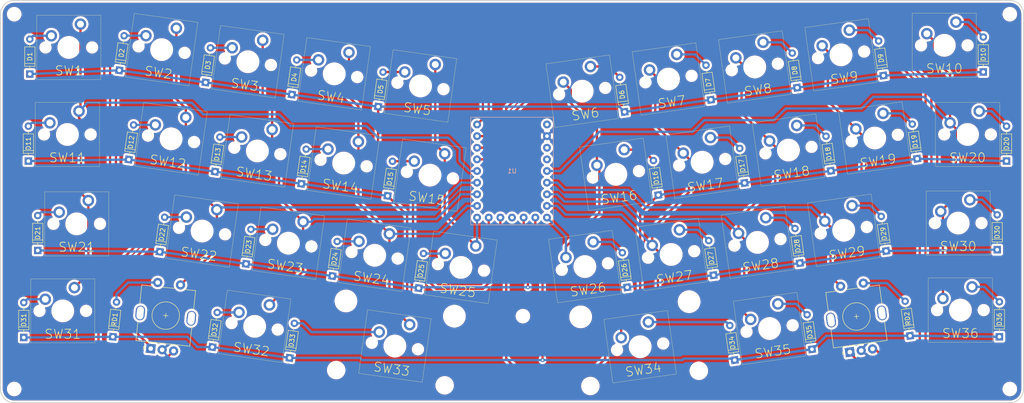
<source format=kicad_pcb>
(kicad_pcb (version 20211014) (generator pcbnew)
  (layers (0 "F.Cu" signal) (31 "B.Cu" signal) (34 "B.Paste" user) (35 "F.Paste" user) (36 "B.SilkS" user "B.Silkscreen") (37 "F.SilkS" user "F.Silkscreen") (38 "B.Mask" user) (39 "F.Mask" user) (44 "Edge.Cuts" user))
  (net 0 "")
  (net 1 "l3")
  (net 2 "Net-(D1-Pad2)")
  (net 3 "Net-(D2-Pad2)")
  (net 4 "Net-(D3-Pad2)")
  (net 5 "Net-(D4-Pad2)")
  (net 6 "Net-(D5-Pad2)")
  (net 7 "Net-(D6-Pad2)")
  (net 8 "Net-(D7-Pad2)")
  (net 9 "Net-(D8-Pad2)")
  (net 10 "Net-(D9-Pad2)")
  (net 11 "Net-(D10-Pad2)")
  (net 12 "l2")
  (net 13 "Net-(D11-Pad2)")
  (net 14 "Net-(D12-Pad2)")
  (net 15 "Net-(D13-Pad2)")
  (net 16 "Net-(D14-Pad2)")
  (net 17 "Net-(D15-Pad2)")
  (net 18 "Net-(D16-Pad2)")
  (net 19 "Net-(D17-Pad2)")
  (net 20 "Net-(D18-Pad2)")
  (net 21 "Net-(D19-Pad2)")
  (net 22 "Net-(D20-Pad2)")
  (net 23 "l1")
  (net 24 "Net-(D21-Pad2)")
  (net 25 "Net-(D22-Pad2)")
  (net 26 "Net-(D23-Pad2)")
  (net 27 "Net-(D24-Pad2)")
  (net 28 "Net-(D25-Pad2)")
  (net 29 "Net-(D26-Pad2)")
  (net 30 "Net-(D27-Pad2)")
  (net 31 "Net-(D28-Pad2)")
  (net 32 "Net-(D29-Pad2)")
  (net 33 "Net-(D30-Pad2)")
  (net 34 "l0")
  (net 35 "Net-(D31-Pad2)")
  (net 36 "Net-(D32-Pad2)")
  (net 37 "Net-(D33-Pad2)")
  (net 38 "Net-(D34-Pad2)")
  (net 39 "Net-(D35-Pad2)")
  (net 40 "Net-(D36-Pad2)")
  (net 41 "Net-(R1-Pad1)")
  (net 42 "c1")
  (net 43 "Net-(R1-PadA)")
  (net 44 "Net-(R1-PadB)")
  (net 45 "GND")
  (net 46 "c8")
  (net 47 "Net-(R2-Pad2)")
  (net 48 "Net-(R2-PadA)")
  (net 49 "Net-(R2-PadB)")
  (net 50 "c0")
  (net 51 "c2")
  (net 52 "c3")
  (net 53 "c4")
  (net 54 "c5")
  (net 55 "c6")
  (net 56 "c7")
  (net 57 "c9")
  (footprint "MountingHole:MountingHole_2.2mm_M2" (layer "F.Cu") (at 152.374014 125.004651)
    (fp_text reference "H4" hide)
    (fp_text value "MountingHole" hide)
  )
  (footprint "keyb-footprints:Diode" (layer "F.Cu") (at 110.823814 116.239951 82)
    (fp_text reference "D24")
    (fp_text value "DIODE" hide)
  )
  (footprint "keyb-footprints:MX-5pin" (layer "F.Cu") (at 53.051514 85.341851)
    (fp_text reference "SW11")
    (fp_text value "key" hide)
  )
  (footprint "keyb-footprints:Diode" (layer "F.Cu") (at 46.587714 110.664951 90)
    (fp_text reference "D21")
    (fp_text value "DIODE" hide)
  )
  (footprint "keyb-footprints:Diode" (layer "F.Cu") (at 44.867014 72.151851 90)
    (fp_text reference "D1")
    (fp_text value "DIODE" hide)
  )
  (footprint "keyb-footprints:Diode" (layer "F.Cu") (at 198.549014 134.595651 98)
    (fp_text reference "D34")
    (fp_text value "DIODE" hide)
  )
  (footprint "keyb-footprints:Diode" (layer "F.Cu") (at 219.519114 93.279851 98)
    (fp_text reference "D18")
    (fp_text value "DIODE" hide)
  )
  (footprint "keyb-footprints:Diode" (layer "F.Cu") (at 62.971014 129.510251 84)
    (fp_text reference "RD1")
    (fp_text value "DIODE" hide)
  )
  (footprint "keyb-footprints:Diode" (layer "F.Cu") (at 215.400214 132.232251 98)
    (fp_text reference "D35")
    (fp_text value "DIODE" hide)
  )
  (footprint "keyb-footprints:MX-5pin" (layer "F.Cu") (at 165.298414 75.893151 8)
    (fp_text reference "SW6")
    (fp_text value "key" hide)
  )
  (footprint "keyb-footprints:MX-5pin" (layer "F.Cu") (at 132.101514 94.228251 -8)
    (fp_text reference "SW15")
    (fp_text value "key" hide)
  )
  (footprint "keyb-footprints:Diode" (layer "F.Cu") (at 66.430314 90.814151 82)
    (fp_text reference "D12")
    (fp_text value "DIODE" hide)
  )
  (footprint "keyb-footprints:Diode" (layer "F.Cu") (at 85.245414 93.458451 82)
    (fp_text reference "D13")
    (fp_text value "DIODE" hide)
  )
  (footprint "keyb-footprints:MX-5pin" (layer "F.Cu") (at 53.367014 66.341851)
    (fp_text reference "SW1")
    (fp_text value "key" hide)
  )
  (footprint "keyb-footprints:MX-5pin" (layer "F.Cu") (at 73.596714 66.819251 -8)
    (fp_text reference "SW2")
    (fp_text value "key" hide)
  )
  (footprint "keyb-footprints:MX-5pin" (layer "F.Cu") (at 75.656214 86.295451 -8)
    (fp_text reference "SW12")
    (fp_text value "key" hide)
  )
  (footprint "keyb-footprints:MX-5pin" (layer "F.Cu") (at 202.928614 70.604651 8)
    (fp_text reference "SW8")
    (fp_text value "key" hide)
  )
  (footprint "keyb-footprints:MX-5pin" (layer "F.Cu") (at 222.328514 106.251551 8)
    (fp_text reference "SW29")
    (fp_text value "key" hide)
  )
  (footprint "keyb-footprints:Diode" (layer "F.Cu") (at 193.356014 77.770151 98)
    (fp_text reference "D7")
    (fp_text value "DIODE" hide)
  )
  (footprint "keyb-footprints:Diode" (layer "F.Cu") (at 44.551514 91.151851 90)
    (fp_text reference "D11")
    (fp_text value "DIODE" hide)
  )
  (footprint "keyb-footprints:MX-5pin" (layer "F.Cu") (at 206.157714 127.710951 8)
    (fp_text reference "SW35")
    (fp_text value "key" hide)
  )
  (footprint "keyb-footprints:Diode" (layer "F.Cu") (at 252.755514 71.694651 90)
    (fp_text reference "D10")
    (fp_text value "DIODE" hide)
  )
  (footprint "keyb-footprints:Diode" (layer "F.Cu") (at 129.638914 118.884251 82)
    (fp_text reference "D25")
    (fp_text value "DIODE" hide)
  )
  (footprint "keyb-footprints:MX-5pin" (layer "F.Cu") (at 138.864714 114.365551 -8)
    (fp_text reference "SW25")
    (fp_text value "key" hide)
  )
  (footprint "keyb-footprints:MX-5pin" (layer "F.Cu") (at 165.883214 114.184451 8)
    (fp_text reference "SW26")
    (fp_text value "key" hide)
  )
  (footprint "keyb-footprints:MX-5pin" (layer "F.Cu") (at 111.226914 72.107851 -8)
    (fp_text reference "SW4")
    (fp_text value "key" hide)
  )
  (footprint "keyb-footprints:Diode" (layer "F.Cu") (at 73.193614 110.951351 82)
    (fp_text reference "D22")
    (fp_text value "DIODE" hide)
  )
  (footprint "keyb-footprints:MX-5pin_stab_rev" (layer "F.Cu") (at 177.935114 131.677351 8)
    (fp_text reference "SW34")
    (fp_text value "key" hide)
  )
  (footprint "keyb-footprints:MX-5pin" (layer "F.Cu") (at 93.886514 127.230951 -8)
    (fp_text reference "SW32")
    (fp_text value "key" hide)
  )
  (footprint "keyb-footprints:Diode" (layer "F.Cu") (at 193.940814 116.061451 98)
    (fp_text reference "D27")
    (fp_text value "DIODE" hide)
  )
  (footprint "keyb-footprints:MX-5pin" (layer "F.Cu") (at 52.047714 123.854951)
    (fp_text reference "SW31")
    (fp_text value "key" hide)
  )
  (footprint "keyb-footprints:Diode" (layer "F.Cu") (at 122.875614 98.747051 82)
    (fp_text reference "D15")
    (fp_text value "DIODE" hide)
  )
  (footprint "keyb-footprints:Diode" (layer "F.Cu") (at 236.783614 129.289951 98)
    (fp_text reference "RD2")
    (fp_text value "DIODE" hide)
  )
  (footprint "keyb-footprints:Diode" (layer "F.Cu") (at 92.008714 113.595651 82)
    (fp_text reference "D23")
    (fp_text value "DIODE" hide)
  )
  (footprint "keyb-footprints:MX-5pin_stab_rev" (layer "F.Cu") (at 124.461014 131.527951 -8)
    (fp_text reference "SW33")
    (fp_text value "key" hide)
  )
  (footprint "keyb-footprints:Diode" (layer "F.Cu") (at 200.704014 95.924151 98)
    (fp_text reference "D17")
    (fp_text value "DIODE" hide)
  )
  (footprint "keyb-footprints:MX-5pin" (layer "F.Cu") (at 130.042014 74.752151 -8)
    (fp_text reference "SW5")
    (fp_text value "key" hide)
  )
  (footprint "keyb-footprints:MX-5pin" (layer "F.Cu") (at 191.461614 91.402951 8)
    (fp_text reference "SW17")
    (fp_text value "key" hide)
  )
  (footprint "MountingHole:MountingHole_2.2mm_M2" (layer "F.Cu") (at 41.462714 59.089551)
    (fp_text reference "H3" hide)
    (fp_text value "MountingHole" hide)
  )
  (footprint "keyb-footprints:Diode" (layer "F.Cu") (at 212.171114 75.125851 98)
    (fp_text reference "D8")
    (fp_text value "DIODE" hide)
  )
  (footprint "keyb-footprints:MX-5pin" (layer "F.Cu") (at 244.255514 65.884651)
    (fp_text reference "SW10")
    (fp_text value "key" hide)
  )
  (footprint "keyb-footprints:Diode" (layer "F.Cu") (at 212.755914 113.417151 98)
    (fp_text reference "D28")
    (fp_text value "DIODE" hide)
  )
  (footprint "keyb-footprints:RotaryEncoder_EC11" (layer "F.Cu") (at 225.095414 125.080551 98)
    (fp_text reference "R2")
    (fp_text value "EC11-MX-Alps")
  )
  (footprint "keyb-footprints:Diode" (layer "F.Cu") (at 120.816114 79.270851 82)
    (fp_text reference "D5")
    (fp_text value "DIODE" hide)
  )
  (footprint "keyb-footprints:MX-5pin" (layer "F.Cu") (at 172.646514 94.047251 8)
    (fp_text reference "SW16")
    (fp_text value "key" hide)
  )
  (footprint "keyb-footprints:MX-5pin" (layer "F.Cu") (at 94.471314 88.939751 -8)
    (fp_text reference "SW13")
    (fp_text value "key" hide)
  )
  (footprint "keyb-footprints:MX-5pin" (layer "F.Cu") (at 82.419414 106.432651 -8)
    (fp_text reference "SW22")
    (fp_text value "key" hide)
  )
  (footprint "keyb-footprints:Diode" (layer "F.Cu") (at 255.787314 110.498251 90)
    (fp_text reference "D30")
    (fp_text value "DIODE" hide)
  )
  (footprint "keyb-footprints:MX-5pin" (layer "F.Cu") (at 249.321514 85.341851)
    (fp_text reference "SW20")
    (fp_text value "key" hide)
  )
  (footprint "keyb-footprints:Diode" (layer "F.Cu") (at 230.986214 72.481551 98)
    (fp_text reference "D9")
    (fp_text value "DIODE" hide)
  )
  (footprint "keyb-footprints:MX-5pin" (layer "F.Cu") (at 221.743714 67.960351 8)
    (fp_text reference "SW9")
    (fp_text value "key" hide)
  )
  (footprint "keyb-footprints:MX-5pin" (layer "F.Cu") (at 184.113514 73.248851 8)
    (fp_text reference "SW7")
    (fp_text value "key" hide)
  )
  (footprint "keyb-footprints:Diode" (layer "F.Cu") (at 238.334214 90.635651 98)
    (fp_text reference "D19")
    (fp_text value "DIODE" hide)
  )
  (footprint "keyb-footprints:RotaryEncoder_EC11" (layer "F.Cu") (at 74.503514 124.884651 84)
    (fp_text reference "R1")
    (fp_text value "EC11-MX-Alps")
  )
  (footprint "keyb-footprints:Diode" (layer "F.Cu") (at 84.660614 131.749651 82)
    (fp_text reference "D32")
    (fp_text value "DIODE" hide)
  )
  (footprint "keyb-footprints:MX-5pin" (layer "F.Cu") (at 203.513414 108.895851 8)
    (fp_text reference "SW28")
    (fp_text value "key" hide)
  )
  (footprint "keyb-footprints:Diode" (layer "F.Cu") (at 174.540914 80.414451 98)
    (fp_text reference "D6")
    (fp_text value "DIODE" hide)
  )
  (footprint "keyb-footprints:Diode" (layer "F.Cu") (at 83.185914 73.982251 82)
    (fp_text reference "D3")
    (fp_text value "DIODE" hide)
  )
  (footprint "keyb-footprints:MX-5pin" (layer "F.Cu") (at 55.087714 104.854951)
    (fp_text reference "SW21")
    (fp_text value "key" hide)
  )
  (footprint "keyb-footprints:MX-5pin" (layer "F.Cu") (at 247.762314 123.688251)
    (fp_text reference "SW36")
    (fp_text value "key" hide)
  )
  (footprint "keyb-footprints:Diode" (layer "F.Cu") (at 102.001014 76.626551 82)
    (fp_text reference "D4")
    (fp_text value "DIODE" hide)
  )
  (footprint "keyb-footprints:Diode" (layer "F.Cu") (at 257.821514 91.151851 90)
    (fp_text reference "D20")
    (fp_text value "DIODE" hide)
  )
  (footprint "MountingHole:MountingHole_2.2mm_M2" (layer "F.Cu") (at 41.462714 140.910351)
    (fp_text reference "H1" hide)
    (fp_text value "MountingHole" hide)
  )
  (footprint "keyb-footprints:MX-5pin" (layer "F.Cu") (at 229.091814 86.114351 8)
    (fp_text reference "SW19")
    (fp_text value "key" hide)
  )
  (footprint "keyb-footprints:Diode" (layer "F.Cu") (at 101.495214 134.115651 82)
    (fp_text reference "D33")
    (fp_text value "DIODE" hide)
  )
  (footprint "MountingHole:MountingHole_2.2mm_M2" (layer "F.Cu") (at 258.537314 59.089551)
    (fp_text reference "H5" hide)
    (fp_text value "MountingHole" hide)
  )
  (footprint "keyb-footprints:MX-5pin" (layer "F.Cu") (at 184.698314 111.540151 8)
    (fp_text reference "SW27")
    (fp_text value "key" hide)
  )
  (footprint "keyb-footprints:Diode" (layer "F.Cu") (at 231.571014 110.772851 98)
    (fp_text reference "D29")
    (fp_text value "DIODE" hide)
  )
  (footprint "MountingHole:MountingHole_2.2mm_M2" (layer "F.Cu") (at 258.537314 140.910351)
    (fp_text reference "H2" hide)
    (fp_text value "MountingHole" hide)
  )
  (footprint "keyb-footprints:MX-5pin" (layer "F.Cu") (at 113.286414 91.584051 -8)
    (fp_text reference "SW14")
    (fp_text value "key" hide)
  )
  (footprint "keyb-footprints:Diode" (layer "F.Cu") (at 43.547714 129.664951 90)
    (fp_text reference "D31")
    (fp_text value "DIODE" hide)
  )
  (footprint "keyb-footprints:MX-5pin" (layer "F.Cu") (at 247.287314 104.688251)
    (fp_text reference "SW30")
    (fp_text value "key" hide)
  )
  (footprint "keyb-footprints:MX-5pin" (layer "F.Cu") (at 210.276714 88.758651 8)
    (fp_text reference "SW18")
    (fp_text value "key" hide)
  )
  (footprint "keyb-footprints:Diode" (layer "F.Cu") (at 64.370814 71.337951 82)
    (fp_text reference "D2")
    (fp_text value "DIODE" hide)
  )
  (footprint "keyb-footprints:Diode" (layer "F.Cu") (at 181.888914 98.568451 98)
    (fp_text reference "D16")
    (fp_text value "DIODE" hide)
  )
  (footprint "keyb-footprints:MX-5pin" (layer "F.Cu") (at 120.049614 111.721251 -8)
    (fp_text reference "SW24")
    (fp_text value "key" hide)
  )
  (footprint "keyb-footprints:MX-5pin" (layer "F.Cu") (at 101.234514 109.076951 -8)
    (fp_text reference "SW23")
    (fp_text value "key" hide)
  )
  (footprint "keyb-footprints:Diode" (layer "F.Cu") (at 175.125714 118.705751 98)
    (fp_text reference "D26")
    (fp_text value "DIODE" hide)
  )
  (footprint "keyb-footprints:Diode" (layer "F.Cu") (at 256.262314 129.498251 90)
    (fp_text reference "D36")
    (fp_text value "DIODE" hide)
  )
  (footprint "keyb-footprints:Diode" (layer "F.Cu") (at 104.060514 96.102751 82)
    (fp_text reference "D14")
    (fp_text value "DIODE" hide)
  )
  (footprint "keyb-footprints:MX-5pin" (layer "F.Cu") (at 92.411814 69.463551 -8)
    (fp_text reference "SW3")
    (fp_text value "key" hide)
  )
  (footprint "keyb-footprints:RP2040" (layer "B.Cu") (at 150.000014 93.322251 180)
    (fp_text reference "U1")
    (fp_text value "RP2040")
  )
  (gr_arc (start 38.462698 59.089578) (mid 39.34136 56.96824) (end 41.462698 56.089578) (layer "Edge.Cuts") (width 0.2))
  (gr_line (start 258.537326 56.089578) (end 41.462698 56.089578) (layer "Edge.Cuts") (width 0.2))
  (gr_line (start 261.537326 59.089578) (end 261.537326 140.910323) (layer "Edge.Cuts") (width 0.2))
  (gr_arc (start 41.462698 143.910323) (mid 39.341391 143.03163) (end 38.462698 140.910323) (layer "Edge.Cuts") (width 0.2))
  (gr_arc (start 258.537326 56.089578) (mid 260.658629 56.968264) (end 261.537326 59.089578) (layer "Edge.Cuts") (width 0.2))
  (gr_arc (start 261.537326 140.910323) (mid 260.658657 143.031666) (end 258.537326 143.910323) (layer "Edge.Cuts") (width 0.2))
  (gr_line (start 38.462698 59.089578) (end 38.462698 140.910323) (layer "Edge.Cuts") (width 0.2))
  (gr_line (start 258.537326 143.910323) (end 41.462698 143.910323) (layer "Edge.Cuts") (width 0.2))
  (segment (start 120.816114 80.923851) (end 120.816114 79.270851) (width 0.5) (layer "F.Cu") (net 1))
  (segment (start 128.410014 113.969951) (end 128.410014 99.999951) (width 0.5) (layer "F.Cu") (net 1))
  (segment (start 144.920014 106.349951) (end 146.190014 107.619951) (width 0.5) (layer "F.Cu") (net 1))
  (segment (start 146.190014 116.509951) (end 143.650014 119.049951) (width 0.5) (layer "F.Cu") (net 1))
  (segment (start 143.650014 119.049951) (end 133.490014 119.049951) (width 0.5) (layer "F.Cu") (net 1))
  (segment (start 146.190014 107.619951) (end 146.190014 116.509951) (width 0.5) (layer "F.Cu") (net 1))
  (segment (start 120.790014 92.379951) (end 120.790014 80.949951) (width 0.5) (layer "F.Cu") (net 1))
  (segment (start 128.410014 99.999951) (end 120.790014 92.379951) (width 0.5) (layer "F.Cu") (net 1))
  (segment (start 144.920014 103.482251) (end 144.920014 106.349951) (width 0.5) (layer "F.Cu") (net 1))
  (segment (start 133.490014 119.049951) (end 128.410014 113.969951) (width 0.5) (layer "F.Cu") (net 1))
  (segment (start 120.790014 80.949951) (end 120.816114 80.923851) (width 0.5) (layer "F.Cu") (net 1))
  (segment (start 230.986214 72.481551) (end 174.540914 80.414451) (width 0.5) (layer "B.Cu") (net 1))
  (segment (start 120.816114 79.270851) (end 173.397314 79.270851) (width 0.5) (layer "B.Cu") (net 1))
  (segment (start 173.397314 79.270851) (end 174.540914 80.414451) (width 0.5) (layer "B.Cu") (net 1))
  (segment (start 64.370814 71.337951) (end 120.816114 79.270851) (width 0.5) (layer "B.Cu") (net 1))
  (segment (start 44.867014 72.151851) (end 64.370814 71.337951) (width 0.5) (layer "B.Cu") (net 1))
  (segment (start 252.755514 71.694651) (end 230.986214 72.481551) (width 0.5) (layer "B.Cu") (net 1))
  (segment (start 45.597014 63.801851) (end 44.867014 64.531851) (width 0.5) (layer "B.Cu") (net 2))
  (segment (start 49.557014 63.801851) (end 45.597014 63.801851) (width 0.5) (layer "B.Cu") (net 2))
  (segment (start 65.4497 63.773721) (end 65.431313 63.792108) (width 0.5) (layer "B.Cu") (net 3))
  (segment (start 70.177292 63.773721) (end 65.4497 63.773721) (width 0.5) (layer "B.Cu") (net 3))
  (segment (start 88.992392 66.418021) (end 84.2648 66.418021) (width 0.5) (layer "B.Cu") (net 4))
  (segment (start 84.2648 66.418021) (end 84.246413 66.436408) (width 0.5) (layer "B.Cu") (net 4))
  (segment (start 107.807492 69.062321) (end 103.0799 69.062321) (width 0.5) (layer "B.Cu") (net 5))
  (segment (start 103.0799 69.062321) (end 103.061513 69.080708) (width 0.5) (layer "B.Cu") (net 5))
  (segment (start 121.895 71.706621) (end 121.876613 71.725008) (width 0.5) (layer "F.Cu") (net 6))
  (segment (start 126.622592 71.706621) (end 121.895 71.706621) (width 0.5) (layer "F.Cu") (net 6))
  (segment (start 167.106696 70.50909) (end 171.120897 70.50909) (width 0.5) (layer "F.Cu") (net 7))
  (segment (start 171.120897 70.50909) (end 173.480415 72.868608) (width 0.5) (layer "F.Cu") (net 7))
  (segment (start 189.935997 67.86479) (end 192.295515 70.224308) (width 0.5) (layer "B.Cu") (net 8))
  (segment (start 185.921796 67.86479) (end 189.935997 67.86479) (width 0.5) (layer "B.Cu") (net 8))
  (segment (start 204.736896 65.22059) (end 208.751197 65.22059) (width 0.5) (layer "B.Cu") (net 9))
  (segment (start 208.751197 65.22059) (end 211.110615 67.580008) (width 0.5) (layer "B.Cu") (net 9))
  (segment (start 223.551996 62.57629) (end 227.566297 62.57629) (width 0.5) (layer "B.Cu") (net 10))
  (segment (start 227.566297 62.57629) (end 229.925715 64.935708) (width 0.5) (layer "B.Cu") (net 10))
  (segment (start 246.795514 60.804651) (end 249.485514 60.804651) (width 0.5) (layer "B.Cu") (net 11))
  (segment (start 249.485514 60.804651) (end 252.755514 64.074651) (width 0.5) (layer "B.Cu") (net 11))
  (segment (start 147.460014 103.482251) (end 147.460014 106.349951) (width 0.5) (layer "F.Cu") (net 12))
  (segment (start 147.460014 106.349951) (end 148.730014 107.619951) (width 0.5) (layer "F.Cu") (net 12))
  (segment (start 151.270014 136.829951) (end 167.780014 136.829951) (width 0.5) (layer "F.Cu") (net 12))
  (segment (start 128.410014 121.589951) (end 148.730014 121.589951) (width 0.5) (layer "F.Cu") (net 12))
  (segment (start 148.730014 107.619951) (end 148.730014 121.589951) (width 0.5) (layer "F.Cu") (net 12))
  (segment (start 127.140014 103.011451) (end 122.875614 98.747051) (width 0.5) (layer "F.Cu") (net 12))
  (segment (start 177.940014 102.517351) (end 181.888914 98.568451) (width 0.5) (layer "F.Cu") (net 12))
  (segment (start 170.320014 127.939951) (end 177.940014 120.319951) (width 0.5) (layer "F.Cu") (net 12))
  (segment (start 167.780014 136.829951) (end 170.320014 134.289951) (width 0.5) (layer "F.Cu") (net 12))
  (segment (start 177.940014 120.319951) (end 177.940014 102.517351) (width 0.5) (layer "F.Cu") (net 12))
  (segment (start 127.140014 120.319951) (end 127.140014 103.011451) (width 0.5) (layer "F.Cu") (net 12))
  (segment (start 148.730014 134.289951) (end 151.270014 136.829951) (width 0.5) (layer "F.Cu") (net 12))
  (segment (start 128.410014 121.589951) (end 127.140014 120.319951) (width 0.5) (layer "F.Cu") (net 12))
  (segment (start 148.730014 121.589951) (end 148.730014 134.289951) (width 0.5) (layer "F.Cu") (net 12))
  (segment (start 170.320014 134.289951) (end 170.320014 127.939951) (width 0.5) (layer "F.Cu") (net 12))
  (segment (start 238.334214 90.635551) (end 181.888914 98.568451) (width 0.5) (layer "B.Cu") (net 12))
  (segment (start 66.430314 90.814151) (end 122.875614 98.747051) (width 0.5) (layer "B.Cu") (net 12))
  (segment (start 44.551514 91.151851) (end 66.430314 90.814151) (width 0.5) (layer "B.Cu") (net 12))
  (segment (start 257.821514 91.151851) (end 238.334214 90.635551) (width 0.5) (layer "B.Cu") (net 12))
  (segment (start 49.241514 82.801851) (end 45.281514 82.801851) (width 0.5) (layer "B.Cu") (net 13))
  (segment (start 45.281514 82.801851) (end 44.551514 83.531851) (width 0.5) (layer "B.Cu") (net 13))
  (segment (start 72.236792 83.249921) (end 67.5092 83.249921) (width 0.5) (layer "B.Cu") (net 14))
  (segment (start 67.5092 83.249921) (end 67.490813 83.268308) (width 0.5) (layer "B.Cu") (net 14))
  (segment (start 86.3243 85.894221) (end 86.305913 85.912608) (width 0.5) (layer "B.Cu") (net 15))
  (segment (start 91.051892 85.894221) (end 86.3243 85.894221) (width 0.5) (layer "B.Cu") (net 15))
  (segment (start 109.866992 88.538521) (end 105.1394 88.538521) (width 0.5) (layer "B.Cu") (net 16))
  (segment (start 105.1394 88.538521) (end 105.121013 88.556908) (width 0.5) (layer "B.Cu") (net 16))
  (segment (start 128.682092 91.182721) (end 123.9546 91.182721) (width 0.5) (layer "F.Cu") (net 17))
  (segment (start 123.9546 91.182721) (end 123.936113 91.201208) (width 0.5) (layer "F.Cu") (net 17))
  (segment (start 174.454796 88.66319) (end 178.468997 88.66319) (width 0.5) (layer "F.Cu") (net 18))
  (segment (start 178.468997 88.66319) (end 180.828415 91.022608) (width 0.5) (layer "F.Cu") (net 18))
  (segment (start 197.284097 86.01889) (end 199.643515 88.378308) (width 0.5) (layer "B.Cu") (net 19))
  (segment (start 193.269896 86.01889) (end 197.284097 86.01889) (width 0.5) (layer "B.Cu") (net 19))
  (segment (start 212.084996 83.37459) (end 216.099197 83.37459) (width 0.5) (layer "B.Cu") (net 20))
  (segment (start 216.099197 83.37459) (end 218.458615 85.734008) (width 0.5) (layer "B.Cu") (net 20))
  (segment (start 234.914197 80.73029) (end 237.273715 83.089808) (width 0.5) (layer "B.Cu") (net 21))
  (segment (start 230.900096 80.73029) (end 234.914197 80.73029) (width 0.5) (layer "B.Cu") (net 21))
  (segment (start 254.551514 80.261851) (end 257.821514 83.531851) (width 0.5) (layer "B.Cu") (net 22))
  (segment (start 251.861514 80.261851) (end 254.551514 80.261851) (width 0.5) (layer "B.Cu") (net 22))
  (segment (start 153.465814 107.275751) (end 152.540014 106.349951) (width 0.5) (layer "F.Cu") (net 23))
  (segment (start 152.540014 103.482251) (end 152.540014 106.349951) (width 0.5) (layer "F.Cu") (net 23))
  (segment (start 153.465814 118.705751) (end 153.465814 107.275751) (width 0.5) (layer "F.Cu") (net 23))
  (via (at 153.465814 118.705751) (size 0.8) (drill 0.4) (layers "F.Cu" "B.Cu") (net 23))
  (segment (start 153.465814 118.705751) (end 129.817414 118.705751) (width 0.5) (layer "B.Cu") (net 23))
  (segment (start 255.787314 110.498251) (end 231.571014 110.772951) (width 0.5) (layer "B.Cu") (net 23))
  (segment (start 46.587714 110.664951) (end 73.193614 110.951351) (width 0.5) (layer "B.Cu") (net 23))
  (segment (start 129.817414 118.705751) (end 129.638914 118.884251) (width 0.5) (layer "B.Cu") (net 23))
  (segment (start 175.125714 118.705751) (end 153.465814 118.705751) (width 0.5) (layer "B.Cu") (net 23))
  (segment (start 231.571014 110.772951) (end 175.125714 118.705751) (width 0.5) (layer "B.Cu") (net 23))
  (segment (start 73.193614 110.951351) (end 129.638914 118.884251) (width 0.5) (layer "B.Cu") (net 23))
  (segment (start 47.317714 102.314951) (end 46.587714 103.044951) (width 0.5) (layer "B.Cu") (net 24))
  (segment (start 51.277714 102.314951) (end 47.317714 102.314951) (width 0.5) (layer "B.Cu") (net 24))
  (segment (start 74.2725 103.387121) (end 74.254113 103.405508) (width 0.5) (layer "B.Cu") (net 25))
  (segment (start 78.999992 103.387121) (end 74.2725 103.387121) (width 0.5) (layer "B.Cu") (net 25))
  (segment (start 97.815092 106.031421) (end 93.0876 106.031421) (width 0.5) (layer "B.Cu") (net 26))
  (segment (start 93.0876 106.031421) (end 93.069213 106.049808) (width 0.5) (layer "B.Cu") (net 26))
  (segment (start 111.884313 108.694108) (end 116.611805 108.694108) (width 0.5) (layer "B.Cu") (net 27))
  (segment (start 116.611805 108.694108) (end 116.630192 108.675721) (width 0.5) (layer "B.Cu") (net 27))
  (segment (start 130.699413 111.338408) (end 135.426905 111.338408) (width 0.5) (layer "B.Cu") (net 28))
  (segment (start 135.426905 111.338408) (end 135.445292 111.320021) (width 0.5) (layer "B.Cu") (net 28))
  (segment (start 171.705697 108.80039) (end 174.065215 111.159908) (width 0.5) (layer "B.Cu") (net 29))
  (segment (start 167.691496 108.80039) (end 171.705697 108.80039) (width 0.5) (layer "B.Cu") (net 29))
  (segment (start 186.506596 106.15609) (end 190.520797 106.15609) (width 0.5) (layer "B.Cu") (net 30))
  (segment (start 190.520797 106.15609) (end 192.880315 108.515608) (width 0.5) (layer "B.Cu") (net 30))
  (segment (start 209.335897 103.51179) (end 211.695415 105.871308) (width 0.5) (layer "B.Cu") (net 31))
  (segment (start 205.321696 103.51179) (end 209.335897 103.51179) (width 0.5) (layer "B.Cu") (net 31))
  (segment (start 228.150997 100.86749) (end 230.510515 103.227008) (width 0.5) (layer "B.Cu") (net 32))
  (segment (start 224.136796 100.86749) (end 228.150997 100.86749) (width 0.5) (layer "B.Cu") (net 32))
  (segment (start 249.827314 99.608251) (end 252.517314 99.608251) (width 0.5) (layer "B.Cu") (net 33))
  (segment (start 252.517314 99.608251) (end 255.787314 102.878251) (width 0.5) (layer "B.Cu") (net 33))
  (segment (start 155.080014 103.482251) (end 155.080014 106.349951) (width 0.5) (layer "F.Cu") (net 34))
  (segment (start 155.080014 106.349951) (end 156.655714 107.925651) (width 0.5) (layer "F.Cu") (net 34))
  (segment (start 156.655714 107.925651) (end 156.655714 134.595651) (width 0.5) (layer "F.Cu") (net 34))
  (via (at 156.655714 134.595651) (size 0.8) (drill 0.4) (layers "F.Cu" "B.Cu") (net 34))
  (segment (start 156.655714 134.595651) (end 117.285651 134.595651) (width 0.5) (layer "B.Cu") (net 34))
  (segment (start 43.547714 129.664951) (end 62.971014 129.510251) (width 0.5) (layer "B.Cu") (net 34))
  (segment (start 218.500014 129.289951) (end 236.783614 129.289951) (width 0.5) (layer "B.Cu") (net 34))
  (segment (start 81.419714 131.749651) (end 84.660614 131.749651) (width 0.5) (layer "B.Cu") (net 34))
  (segment (start 156.655714 134.595651) (end 187.135651 134.595651) (width 0.5) (layer "B.Cu") (net 34))
  (segment (start 215.557714 132.232251) (end 218.500014 129.289951) (width 0.5) (layer "B.Cu") (net 34))
  (segment (start 215.400214 132.232251) (end 198.549014 134.595651) (width 0.5) (layer "B.Cu") (net 34))
  (segment (start 79.180314 129.510251) (end 81.419714 131.749651) (width 0.5) (layer "B.Cu") (net 34))
  (segment (start 198.549014 134.579014) (end 198.549014 134.595651) (width 0.5) (layer "B.Cu") (net 34))
  (segment (start 215.400214 132.232251) (end 215.557714 132.232251) (width 0.5) (layer "B.Cu") (net 34))
  (segment (start 187.441302 134.29) (end 198.26 134.29) (width 0.5) (layer "B.Cu") (net 34))
  (segment (start 198.26 134.29) (end 198.549014 134.579014) (width 0.5) (layer "B.Cu") (net 34))
  (segment (start 79.180314 129.510251) (end 62.971014 129.510251) (width 0.5) (layer "B.Cu") (net 34))
  (segment (start 215.400214 132.232251) (end 198.549014 134.595651) (width 0.5) (layer "B.Cu") (net 34))
  (segment (start 256.262314 129.498251) (end 236.783614 129.289951) (width 0.5) (layer "B.Cu") (net 34))
  (segment (start 84.660614 131.749651) (end 101.495214 134.115651) (width 0.5) (layer "B.Cu") (net 34))
  (segment (start 101.495214 134.115651) (end 116.805651 134.115651) (width 0.5) (layer "B.Cu") (net 34))
  (segment (start 187.135651 134.595651) (end 187.441302 134.29) (width 0.5) (layer "B.Cu") (net 34))
  (segment (start 256.262314 129.498251) (end 236.783614 129.289951) (width 0.5) (layer "B.Cu") (net 34))
  (segment (start 116.805651 134.115651) (end 117.285651 134.595651) (width 0.5) (layer "B.Cu") (net 34))
  (segment (start 48.237714 121.314951) (end 44.277714 121.314951) (width 0.5) (layer "B.Cu") (net 35))
  (segment (start 44.277714 121.314951) (end 43.547714 122.044951) (width 0.5) (layer "B.Cu") (net 35))
  (segment (start 90.467092 124.185421) (end 85.7395 124.185421) (width 0.5) (layer "B.Cu") (net 36))
  (segment (start 85.7395 124.185421) (end 85.721113 124.203808) (width 0.5) (layer "B.Cu") (net 36))
  (segment (start 106.29277 128.482421) (end 104.380157 126.569808) (width 0.5) (layer "B.Cu") (net 37))
  (segment (start 121.041592 128.482421) (end 106.29277 128.482421) (width 0.5) (layer "B.Cu") (net 37))
  (segment (start 102.555713 126.569808) (end 104.380157 126.569808) (width 0.5) (layer "B.Cu") (net 37))
  (segment (start 196.731997 126.29329) (end 197.488515 127.049808) (width 0.5) (layer "B.Cu") (net 38))
  (segment (start 179.743396 126.29329) (end 196.731997 126.29329) (width 0.5) (layer "B.Cu") (net 38))
  (segment (start 211.980197 122.32689) (end 214.339715 124.686408) (width 0.5) (layer "B.Cu") (net 39))
  (segment (start 207.965996 122.32689) (end 211.980197 122.32689) (width 0.5) (layer "B.Cu") (net 39))
  (segment (start 250.302314 118.608251) (end 252.992314 118.608251) (width 0.5) (layer "B.Cu") (net 40))
  (segment (start 252.992314 118.608251) (end 256.262314 121.878251) (width 0.5) (layer "B.Cu") (net 40))
  (segment (start 72.748909 117.661677) (end 66.298288 117.661677) (width 0.5) (layer "B.Cu") (net 41))
  (segment (start 66.298288 117.661677) (end 63.767521 120.192444) (width 0.5) (layer "B.Cu") (net 41))
  (segment (start 63.767521 120.192444) (end 63.767521 121.931994) (width 0.5) (layer "B.Cu") (net 41))
  (segment (start 78.878494 79.678431) (end 76.818994 77.618931) (width 0.5) (layer "F.Cu") (net 42))
  (segment (start 78.878494 81.618389) (end 78.878494 79.678431) (width 0.5) (layer "F.Cu") (net 42))
  (segment (start 76.818994 77.618931) (end 76.818994 62.142189) (width 0.5) (layer "F.Cu") (net 42))
  (segment (start 85.641694 101.755589) (end 80.150014 96.263909) (width 0.5) (layer "F.Cu") (net 42))
  (segment (start 80.150014 96.189951) (end 78.878494 94.918431) (width 0.5) (layer "F.Cu") (net 42))
  (segment (start 85.641694 110.264143) (end 85.641694 101.755589) (width 0.5) (layer "F.Cu") (net 42))
  (segment (start 77.721518 118.184319) (end 85.641694 110.264143) (width 0.5) (layer "F.Cu") (net 42))
  (segment (start 80.150014 96.263909) (end 80.150014 96.189951) (width 0.5) (layer "F.Cu") (net 42))
  (segment (start 78.878494 94.918431) (end 78.878494 81.618389) (width 0.5) (layer "F.Cu") (net 42))
  (segment (start 138.897714 95.862251) (end 133.490014 101.269951) (width 0.5) (layer "B.Cu") (net 42))
  (segment (start 133.490014 101.269951) (end 86.127332 101.269951) (width 0.5) (layer "B.Cu") (net 42))
  (segment (start 86.127332 101.269951) (end 85.641694 101.755589) (width 0.5) (layer "B.Cu") (net 42))
  (segment (start 142.380014 95.862251) (end 138.897714 95.862251) (width 0.5) (layer "B.Cu") (net 42))
  (segment (start 63.640014 92.379951) (end 69.990014 98.729951) (width 0.5) (layer "F.Cu") (net 43))
  (segment (start 119.520014 66.979951) (end 116.980014 64.439951) (width 0.5) (layer "F.Cu") (net 43))
  (segment (start 143.650014 81.892251) (end 143.650014 74.599951) (width 0.5) (layer "F.Cu") (net 43))
  (segment (start 63.640014 126.669951) (end 66.180014 126.669951) (width 0.5) (layer "F.Cu") (net 43))
  (segment (start 116.980014 64.439951) (end 101.740014 64.439951) (width 0.5) (layer "F.Cu") (net 43))
  (segment (start 71.233246 131.723183) (end 71.233246 132.082244) (width 0.5) (layer "F.Cu") (net 43))
  (segment (start 61.100014 124.129951) (end 63.640014 126.669951) (width 0.5) (layer "F.Cu") (net 43))
  (segment (start 136.030014 66.979951) (end 119.520014 66.979951) (width 0.5) (layer "F.Cu") (net 43))
  (segment (start 101.740014 64.439951) (end 99.200014 61.899951) (width 0.5) (layer "F.Cu") (net 43))
  (segment (start 61.100014 119.049951) (end 61.100014 124.129951) (width 0.5) (layer "F.Cu") (net 43))
  (segment (start 142.380014 83.162251) (end 143.650014 81.892251) (width 0.5) (layer "F.Cu") (net 43))
  (segment (start 82.690014 61.899951) (end 80.150014 59.359951) (width 0.5) (layer "F.Cu") (net 43))
  (segment (start 66.180014 126.669951) (end 71.233246 131.723183) (width 0.5) (layer "F.Cu") (net 43))
  (segment (start 69.990014 98.729951) (end 69.990014 110.159951) (width 0.5) (layer "F.Cu") (net 43))
  (segment (start 64.910014 59.359951) (end 62.370014 61.899951) (width 0.5) (layer "F.Cu") (net 43))
  (segment (start 80.150014 59.359951) (end 64.910014 59.359951) (width 0.5) (layer "F.Cu") (net 43))
  (segment (start 143.650014 74.599951) (end 136.030014 66.979951) (width 0.5) (layer "F.Cu") (net 43))
  (segment (start 62.370014 73.329951) (end 63.640014 74.599951) (width 0.5) (layer "F.Cu") (net 43))
  (segment (start 63.640014 74.599951) (end 63.640014 92.379951) (width 0.5) (layer "F.Cu") (net 43))
  (segment (start 69.990014 110.159951) (end 61.100014 119.049951) (width 0.5) (layer "F.Cu") (net 43))
  (segment (start 99.200014 61.899951) (end 82.690014 61.899951) (width 0.5) (layer "F.Cu") (net 43))
  (segment (start 62.370014 61.899951) (end 62.370014 73.329951) (width 0.5) (layer "F.Cu") (net 43))
  (segment (start 120.790014 65.709951) (end 137.300014 65.709951) (width 0.5) (layer "F.Cu") (net 44))
  (segment (start 59.830014 117.779951) (end 68.720014 108.889951) (width 0.5) (layer "F.Cu") (net 44))
  (segment (start 63.640014 58.089951) (end 81.420014 58.089951) (width 0.5) (layer "F.Cu") (net 44))
  (segment (start 62.370014 93.649951) (end 62.370014 74.602743) (width 0.5) (layer "F.Cu") (net 44))
  (segment (start 61.100014 73.332743) (end 61.100014 60.629951) (width 0.5) (layer "F.Cu") (net 44))
  (segment (start 61.100014 60.629951) (end 63.640014 58.089951) (width 0.5) (layer "F.Cu") (net 44))
  (segment (start 67.450014 131.749951) (end 61.100014 131.749951) (width 0.5) (layer "F.Cu") (net 44))
  (segment (start 62.370014 74.602743) (end 61.100014 73.332743) (width 0.5) (layer "F.Cu") (net 44))
  (segment (start 143.977714 85.702251) (end 142.380014 85.702251) (width 0.5) (layer "F.Cu") (net 44))
  (segment (start 68.720014 99.999951) (end 62.370014 93.649951) (width 0.5) (layer "F.Cu") (net 44))
  (segment (start 68.720014 108.889951) (end 68.720014 99.999951) (width 0.5) (layer "F.Cu") (net 44))
  (segment (start 118.250014 63.169951) (end 120.790014 65.709951) (width 0.5) (layer "F.Cu") (net 44))
  (segment (start 144.920014 84.759951) (end 143.977714 85.702251) (width 0.5) (layer "F.Cu") (net 44))
  (segment (start 103.01141 63.168555) (end 116.978618 63.168555) (width 0.5) (layer "F.Cu") (net 44))
  (segment (start 73.25079 135.559951) (end 71.260014 135.559951) (width 0.5) (layer "F.Cu") (net 44))
  (segment (start 144.920014 73.329951) (end 144.920014 84.759951) (width 0.5) (layer "F.Cu") (net 44))
  (segment (start 137.300014 65.709951) (end 144.920014 73.329951) (width 0.5) (layer "F.Cu") (net 44))
  (segment (start 59.830014 130.479951) (end 59.830014 117.779951) (width 0.5) (layer "F.Cu") (net 44))
  (segment (start 83.960014 60.629951) (end 100.472806 60.629951) (width 0.5) (layer "F.Cu") (net 44))
  (segment (start 61.100014 131.749951) (end 59.830014 130.479951) (width 0.5) (layer "F.Cu") (net 44))
  (segment (start 100.472806 60.629951) (end 103.01141 63.168555) (width 0.5) (layer "F.Cu") (net 44))
  (segment (start 76.205855 132.604886) (end 73.25079 135.559951) (width 0.5) (layer "F.Cu") (net 44))
  (segment (start 116.978618 63.168555) (end 116.980014 63.169951) (width 0.5) (layer "F.Cu") (net 44))
  (segment (start 71.260014 135.559951) (end 67.450014 131.749951) (width 0.5) (layer "F.Cu") (net 44))
  (segment (start 81.420014 58.089951) (end 83.960014 60.629951) (width 0.5) (layer "F.Cu") (net 44))
  (segment (start 116.980014 63.169951) (end 118.250014 63.169951) (width 0.5) (layer "F.Cu") (net 44))
  (segment (start 218.867292 78.031219) (end 224.965393 84.12932) (width 0.5) (layer "F.Cu") (net 46))
  (segment (start 218.202093 102.498754) (end 218.202093 104.26652) (width 0.5) (layer "F.Cu") (net 46))
  (segment (start 226.215392 94.485455) (end 218.202093 102.498754) (width 0.5) (layer "F.Cu") (net 46))
  (segment (start 226.215392 85.379319) (end 226.215392 94.485455) (width 0.5) (layer "F.Cu") (net 46))
  (segment (start 219.452092 105.516519) (end 219.452092 116.303167) (width 0.5) (layer "F.Cu") (net 46))
  (segment (start 218.202093 104.26652) (end 219.452092 105.516519) (width 0.5) (layer "F.Cu") (net 46))
  (segment (start 224.965393 84.12932) (end 226.215392 85.379319) (width 0.5) (layer "F.Cu") (net 46))
  (segment (start 218.867292 67.225319) (end 218.867292 78.031219) (width 0.5) (layer "F.Cu") (net 46))
  (segment (start 217.617293 65.97532) (end 218.867292 67.225319) (width 0.5) (layer "F.Cu") (net 46))
  (segment (start 219.452092 116.303167) (end 221.645532 118.496607) (width 0.5) (layer "F.Cu") (net 46))
  (segment (start 175.400014 97.459951) (end 161.430014 97.459951) (width 0.5) (layer "B.Cu") (net 46))
  (segment (start 161.430014 97.459951) (end 159.832314 95.862251) (width 0.5) (layer "B.Cu") (net 46))
  (segment (start 218.202093 104.26652) (end 215.205524 101.269951) (width 0.5) (layer "B.Cu") (net 46))
  (segment (start 179.210014 101.269951) (end 175.400014 97.459951) (width 0.5) (layer "B.Cu") (net 46))
  (segment (start 159.832314 95.862251) (end 157.620014 95.862251) (width 0.5) (layer "B.Cu") (net 46))
  (segment (start 215.205524 101.269951) (end 179.210014 101.269951) (width 0.5) (layer "B.Cu") (net 46))
  (segment (start 226.596872 117.800742) (end 231.779749 117.800742) (width 0.5) (layer "B.Cu") (net 47))
  (segment (start 231.779749 117.800742) (end 235.723115 121.744108) (width 0.5) (layer "B.Cu") (net 47))
  (segment (start 241.440014 86.029951) (end 242.710014 87.299951) (width 0.5) (layer "F.Cu") (net 48))
  (segment (start 219.850014 58.089951) (end 231.280014 58.089951) (width 0.5) (layer "F.Cu") (net 48))
  (segment (start 223.663542 133.023479) (end 223.663542 132.855494) (width 0.5) (layer "F.Cu") (net 48))
  (segment (start 148.730014 79.679951) (end 162.700014 65.709951) (width 0.5) (layer "F.Cu") (net 48))
  (segment (start 200.800014 60.629951) (end 217.310014 60.629951) (width 0.5) (layer "F.Cu") (net 48))
  (segment (start 148.730014 86.029951) (end 148.730014 79.679951) (width 0.5) (layer "F.Cu") (net 48))
  (segment (start 142.380014 88.242251) (end 146.517714 88.242251) (width 0.5) (layer "F.Cu") (net 48))
  (segment (start 162.700014 65.709951) (end 179.210014 65.709951) (width 0.5) (layer "F.Cu") (net 48))
  (segment (start 217.310014 60.629951) (end 219.850014 58.089951) (width 0.5) (layer "F.Cu") (net 48))
  (segment (start 179.210014 65.709951) (end 181.750014 63.169951) (width 0.5) (layer "F.Cu") (net 48))
  (segment (start 198.260014 63.169951) (end 200.800014 60.629951) (width 0.5) (layer "F.Cu") (net 48))
  (segment (start 146.517714 88.242251) (end 148.730014 86.029951) (width 0.5) (layer "F.Cu") (net 48))
  (segment (start 231.280014 58.089951) (end 235.090014 61.899951) (width 0.5) (layer "F.Cu") (net 48))
  (segment (start 242.710014 87.299951) (end 242.710014 97.459951) (width 0.5) (layer "F.Cu") (net 48))
  (segment (start 240.170014 99.999951) (end 240.170014 133.019951) (width 0.5) (layer "F.Cu") (net 48))
  (segment (start 237.630014 135.559951) (end 240.170014 133.019951) (width 0.5) (layer "F.Cu") (net 48))
  (segment (start 237.630014 135.559951) (end 226.200014 135.559951) (width 0.5) (layer "F.Cu") (net 48))
  (segment (start 235.090014 68.249951) (end 241.440014 74.599951) (width 0.5) (layer "F.Cu") (net 48))
  (segment (start 241.440014 74.599951) (end 241.440014 86.029951) (width 0.5) (layer "F.Cu") (net 48))
  (segment (start 235.090014 61.899951) (end 235.090014 68.249951) (width 0.5) (layer "F.Cu") (net 48))
  (segment (start 181.750014 63.169951) (end 198.260014 63.169951) (width 0.5) (layer "F.Cu") (net 48))
  (segment (start 226.200014 135.559951) (end 223.663542 133.023479) (width 0.5) (layer "F.Cu") (net 48))
  (segment (start 242.710014 97.459951) (end 240.170014 99.999951) (width 0.5) (layer "F.Cu") (net 48))
  (segment (start 238.900014 131.749951) (end 238.900014 98.729951) (width 0.5) (layer "F.Cu") (net 49))
  (segment (start 221.120014 59.359951) (end 218.580014 61.899951) (width 0.5) (layer "F.Cu") (net 49))
  (segment (start 180.480014 66.979951) (end 163.970014 66.979951) (width 0.5) (layer "F.Cu") (net 49))
  (segment (start 237.630014 133.019951) (end 238.900014 131.749951) (width 0.5) (layer "F.Cu") (net 49))
  (segment (start 199.530014 64.439951) (end 183.020014 64.439951) (width 0.5) (layer "F.Cu") (net 49))
  (segment (start 233.820014 69.519951) (end 233.820014 63.169951) (width 0.5) (layer "F.Cu") (net 49))
  (segment (start 241.440014 96.189951) (end 241.440014 88.569951) (width 0.5) (layer "F.Cu") (net 49))
  (segment (start 202.070014 61.899951) (end 199.530014 64.439951) (width 0.5) (layer "F.Cu") (net 49))
  (segment (start 218.580014 61.899951) (end 202.070014 61.899951) (width 0.5) (layer "F.Cu") (net 49))
  (segment (start 240.170014 87.299951) (end 240.170014 75.869951) (width 0.5) (layer "F.Cu") (net 49))
  (segment (start 233.820014 63.169951) (end 230.010014 59.359951) (width 0.5) (layer "F.Cu") (net 49))
  (segment (start 241.440014 88.569951) (end 240.170014 87.299951) (width 0.5) (layer "F.Cu") (net 49))
  (segment (start 150.000014 87.299951) (end 146.517714 90.782251) (width 0.5) (layer "F.Cu") (net 49))
  (segment (start 238.900014 98.729951) (end 241.440014 96.189951) (width 0.5) (layer "F.Cu") (net 49))
  (segment (start 146.517714 90.782251) (end 142.380014 90.782251) (width 0.5) (layer "F.Cu") (net 49))
  (segment (start 230.010014 133.019951) (end 237.630014 133.019951) (width 0.5) (layer "F.Cu") (net 49))
  (segment (start 229.149692 132.159629) (end 230.010014 133.019951) (width 0.5) (layer "F.Cu") (net 49))
  (segment (start 163.970014 66.979951) (end 150.000014 80.949951) (width 0.5) (layer "F.Cu") (net 49))
  (segment (start 240.170014 75.869951) (end 233.820014 69.519951) (width 0.5) (layer "F.Cu") (net 49))
  (segment (start 150.000014 80.949951) (end 150.000014 87.299951) (width 0.5) (layer "F.Cu") (net 49))
  (segment (start 230.010014 59.359951) (end 221.120014 59.359951) (width 0.5) (layer "F.Cu") (net 49))
  (segment (start 228.614882 132.159629) (end 229.149692 132.159629) (width 0.5) (layer "F.Cu") (net 49))
  (segment (start 183.020014 64.439951) (end 180.480014 66.979951) (width 0.5) (layer "F.Cu") (net 49))
  (segment (start 56.020014 82.219951) (end 56.020014 98.167251) (width 0.5) (layer "F.Cu") (net 50))
  (segment (start 55.907014 61.261851) (end 55.907014 79.946351) (width 0.5) (layer "F.Cu") (net 50))
  (segment (start 57.627714 115.734951) (end 54.587714 118.774951) (width 0.5) (layer "F.Cu") (net 50))
  (segment (start 56.020014 98.167251) (end 57.627714 99.774951) (width 0.5) (layer "F.Cu") (net 50))
  (segment (start 57.627714 99.774951) (end 57.627714 115.734951) (width 0.5) (layer "F.Cu") (net 50))
  (segment (start 55.907014 79.946351) (end 55.591514 80.261851) (width 0.5) (layer "F.Cu") (net 50))
  (segment (start 55.591514 80.261851) (end 55.591514 81.791451) (width 0.5) (layer "F.Cu") (net 50))
  (segment (start 55.591514 81.791451) (end 56.020014 82.219951) (width 0.5) (layer "F.Cu") (net 50))
  (segment (start 120.790014 86.029951) (end 118.250014 83.489951) (width 0.5) (layer "B.Cu") (net 50))
  (segment (start 57.443414 78.409951) (end 55.591514 80.261851) (width 0.5) (layer "B.Cu") (net 50))
  (segment (start 140.782314 93.322251) (end 138.570014 91.109951) (width 0.5) (layer "B.Cu") (net 50))
  (segment (start 138.570014 91.109951) (end 138.570014 88.569951) (width 0.5) (layer "B.Cu") (net 50))
  (segment (start 118.250014 83.489951) (end 101.740014 83.489951) (width 0.5) (layer "B.Cu") (net 50))
  (segment (start 142.380014 93.322251) (end 140.782314 93.322251) (width 0.5) (layer "B.Cu") (net 50))
  (segment (start 82.690014 80.949951) (end 80.150014 78.409951) (width 0.5) (layer "B.Cu") (net 50))
  (segment (start 136.030014 86.029951) (end 120.790014 86.029951) (width 0.5) (layer "B.Cu") (net 50))
  (segment (start 99.200014 80.949951) (end 82.690014 80.949951) (width 0.5) (layer "B.Cu") (net 50))
  (segment (start 80.150014 78.409951) (end 57.443414 78.409951) (width 0.5) (layer "B.Cu") (net 50))
  (segment (start 138.570014 88.569951) (end 136.030014 86.029951) (width 0.5) (layer "B.Cu") (net 50))
  (segment (start 101.740014 83.489951) (end 99.200014 80.949951) (width 0.5) (layer "B.Cu") (net 50))
  (segment (start 95.634094 64.786489) (end 95.634094 77.384031) (width 0.5) (layer "F.Cu") (net 51))
  (segment (start 97.693594 79.443531) (end 97.693594 84.262689) (width 0.5) (layer "F.Cu") (net 51))
  (segment (start 99.200014 93.649951) (end 99.200014 99.143109) (width 0.5) (layer "F.Cu") (net 51))
  (segment (start 104.456794 104.399889) (end 104.456794 115.205889) (width 0.5) (layer "F.Cu") (net 51))
  (segment (start 95.634094 77.384031) (end 97.693594 79.443531) (width 0.5) (layer "F.Cu") (net 51))
  (segment (start 99.200014 99.143109) (end 104.456794 104.399889) (width 0.5) (layer "F.Cu") (net 51))
  (segment (start 97.693594 92.143531) (end 99.200014 93.649951) (width 0.5) (layer "F.Cu") (net 51))
  (segment (start 97.693594 84.262689) (end 97.693594 92.143531) (width 0.5) (layer "F.Cu") (net 51))
  (segment (start 104.456794 115.205889) (end 97.108794 122.553889) (width 0.5) (layer "F.Cu") (net 51))
  (segment (start 138.897714 98.402251) (end 133.490014 103.809951) (width 0.5) (layer "B.Cu") (net 51))
  (segment (start 106.230076 104.399889) (end 104.456794 104.399889) (width 0.5) (layer "B.Cu") (net 51))
  (segment (start 106.820014 103.809951) (end 106.230076 104.399889) (width 0.5) (layer "B.Cu") (net 51))
  (segment (start 142.380014 98.402251) (end 138.897714 98.402251) (width 0.5) (layer "B.Cu") (net 51))
  (segment (start 133.490014 103.809951) (end 106.820014 103.809951) (width 0.5) (layer "B.Cu") (net 51))
  (segment (start 116.508694 86.906989) (end 116.508694 100.280989) (width 0.5) (layer "F.Cu") (net 52))
  (segment (start 123.271894 122.439489) (end 127.683294 126.850889) (width 0.5) (layer "F.Cu") (net 52))
  (segment (start 116.508694 86.906989) (end 116.508694 79.208631) (width 0.5) (layer "F.Cu") (net 52))
  (segment (start 116.508694 79.208631) (end 114.440014 77.139951) (width 0.5) (layer "F.Cu") (net 52))
  (segment (start 114.449194 77.130771) (end 114.449194 67.430789) (width 0.5) (layer "F.Cu") (net 52))
  (segment (start 114.440014 77.139951) (end 114.449194 77.130771) (width 0.5) (layer "F.Cu") (net 52))
  (segment (start 116.508694 100.280989) (end 123.271894 107.044189) (width 0.5) (layer "F.Cu") (net 52))
  (segment (start 123.271894 107.044189) (end 123.271894 122.439489) (width 0.5) (layer "F.Cu") (net 52))
  (segment (start 140.167714 100.942251) (end 134.065776 107.044189) (width 0.5) (layer "B.Cu") (net 52))
  (segment (start 134.065776 107.044189) (end 123.271894 107.044189) (width 0.5) (layer "B.Cu") (net 52))
  (segment (start 142.380014 100.942251) (end 140.167714 100.942251) (width 0.5) (layer "B.Cu") (net 52))
  (segment (start 135.323794 102.925289) (end 142.086994 109.688489) (width 0.5) (layer "F.Cu") (net 53))
  (segment (start 135.323794 89.551189) (end 135.323794 102.925289) (width 0.5) (layer "F.Cu") (net 53))
  (segment (start 133.264294 70.075089) (end 133.264294 87.491689) (width 0.5) (layer "F.Cu") (net 53))
  (segment (start 133.264294 87.491689) (end 135.323794 89.551189) (width 0.5) (layer "F.Cu") (net 53))
  (segment (start 142.380014 103.482251) (end 142.380014 109.395469) (width 0.5) (layer "B.Cu") (net 53))
  (segment (start 142.380014 109.395469) (end 142.086994 109.688489) (width 0.5) (layer "B.Cu") (net 53))
  (segment (start 162.798413 78.50835) (end 162.798413 75.53454) (width 0.5) (layer "F.Cu") (net 54))
  (segment (start 168.520093 92.06222) (end 168.520093 84.23003) (width 0.5) (layer "F.Cu") (net 54))
  (segment (start 169.050014 92.592141) (end 168.520093 92.06222) (width 0.5) (layer "F.Cu") (net 54))
  (segment (start 168.520093 84.23003) (end 162.798413 78.50835) (width 0.5) (layer "F.Cu") (net 54))
  (segment (start 162.798413 75.53454) (end 161.171993 73.90812) (width 0.5) (layer "F.Cu") (net 54))
  (segment (start 161.756793 109.833172) (end 169.050014 102.539951) (width 0.5) (layer "F.Cu") (net 54))
  (segment (start 169.050014 102.539951) (end 169.050014 92.592141) (width 0.5) (layer "F.Cu") (net 54))
  (segment (start 161.756793 112.19942) (end 161.756793 109.833172) (width 0.5) (layer "F.Cu") (net 54))
  (segment (start 161.756793 107.61903) (end 157.620014 103.482251) (width 0.5) (layer "B.Cu") (net 54))
  (segment (start 161.756793 112.19942) (end 161.756793 107.61903) (width 0.5) (layer "B.Cu") (net 54))
  (segment (start 173.808693 126.991272) (end 181.821892 118.978073) (width 0.5) (layer "F.Cu") (net 55))
  (segment (start 188.585192 90.667919) (end 187.335193 89.41792) (width 0.5) (layer "F.Cu") (net 55))
  (segment (start 180.571893 105.958428) (end 188.585192 97.945129) (width 0.5) (layer "F.Cu") (net 55))
  (segment (start 180.571893 109.55512) (end 180.571893 105.958428) (width 0.5) (layer "F.Cu") (net 55))
  (segment (start 181.821892 118.978073) (end 181.821892 110.805119) (width 0.5) (layer "F.Cu") (net 55))
  (segment (start 173.808693 129.69232) (end 173.808693 126.991272) (width 0.5) (layer "F.Cu") (net 55))
  (segment (start 181.237092 72.513819) (end 181.237092 83.319819) (width 0.5) (layer "F.Cu") (net 55))
  (segment (start 188.585192 97.945129) (end 188.585192 90.667919) (width 0.5) (layer "F.Cu") (net 55))
  (segment (start 179.987093 71.26382) (end 181.237092 72.513819) (width 0.5) (layer "F.Cu") (net 55))
  (segment (start 181.821892 110.805119) (end 180.571893 109.55512) (width 0.5) (layer "F.Cu") (net 55))
  (segment (start 181.237092 83.319819) (end 187.335193 89.41792) (width 0.5) (layer "F.Cu") (net 55))
  (segment (start 173.843369 102.826596) (end 180.571893 109.55512) (width 0.5) (layer "B.Cu") (net 55))
  (segment (start 157.620014 100.942251) (end 159.832314 100.942251) (width 0.5) (layer "B.Cu") (net 55))
  (segment (start 159.832314 100.942251) (end 161.716659 102.826596) (width 0.5) (layer "B.Cu") (net 55))
  (segment (start 161.716659 102.826596) (end 173.843369 102.826596) (width 0.5) (layer "B.Cu") (net 55))
  (segment (start 198.802193 68.61962) (end 200.052192 69.869619) (width 0.5) (layer "F.Cu") (net 56))
  (segment (start 207.400292 88.023619) (end 206.150293 86.77362) (width 0.5) (layer "F.Cu") (net 56))
  (segment (start 200.636992 124.331619) (end 202.031293 125.72592) (width 0.5) (layer "F.Cu") (net 56))
  (segment (start 199.386993 106.91082) (end 200.636992 108.160819) (width 0.5) (layer "F.Cu") (net 56))
  (segment (start 200.052192 80.675519) (end 206.150293 86.77362) (width 0.5) (layer "F.Cu") (net 56))
  (segment (start 199.386993 103.952972) (end 207.400292 95.939673) (width 0.5) (layer "F.Cu") (net 56))
  (segment (start 199.386993 106.91082) (end 199.386993 103.952972) (width 0.5) (layer "F.Cu") (net 56))
  (segment (start 200.052192 69.869619) (end 200.052192 80.675519) (width 0.5) (layer "F.Cu") (net 56))
  (segment (start 200.636992 108.160819) (end 200.636992 124.331619) (width 0.5) (layer "F.Cu") (net 56))
  (segment (start 207.400292 95.939673) (end 207.400292 88.023619) (width 0.5) (layer "F.Cu") (net 56))
  (segment (start 174.130014 99.999951) (end 177.940014 103.809951) (width 0.5) (layer "B.Cu") (net 56))
  (segment (start 161.430014 99.999951) (end 174.130014 99.999951) (width 0.5) (layer "B.Cu") (net 56))
  (segment (start 157.620014 98.402251) (end 159.832314 98.402251) (width 0.5) (layer "B.Cu") (net 56))
  (segment (start 159.832314 98.402251) (end 161.430014 99.999951) (width 0.5) (layer "B.Cu") (net 56))
  (segment (start 177.940014 103.809951) (end 196.286124 103.809951) (width 0.5) (layer "B.Cu") (net 56))
  (segment (start 196.286124 103.809951) (end 199.386993 106.91082) (width 0.5) (layer "B.Cu") (net 56))
  (segment (start 245.511514 72.321451) (end 241.695513 68.50545) (width 0.5) (layer "F.Cu") (net 57))
  (segment (start 245.511514 82.801851) (end 246.761513 84.05185) (width 0.5) (layer "F.Cu") (net 57))
  (segment (start 243.477314 102.148251) (end 243.952314 102.623251) (width 0.5) (layer "F.Cu") (net 57))
  (segment (start 246.761513 84.05185) (end 246.761513 98.864052) (width 0.5) (layer "F.Cu") (net 57))
  (segment (start 246.761513 98.864052) (end 243.477314 102.148251) (width 0.5) (layer "F.Cu") (net 57))
  (segment (start 243.952314 102.623251) (end 243.952314 121.148251) (width 0.5) (layer "F.Cu") (net 57))
  (segment (start 245.511514 82.801851) (end 245.511514 72.321451) (width 0.5) (layer "F.Cu") (net 57))
  (segment (start 241.695513 64.59465) (end 241.695513 68.50545) (width 0.5) (layer "F.Cu") (net 57))
  (segment (start 240.445514 63.344651) (end 241.695513 64.59465) (width 0.5) (layer "F.Cu") (net 57))
  (segment (start 209.690014 79.679951) (end 207.150014 82.219951) (width 0.5) (layer "B.Cu") (net 57))
  (segment (start 239.849614 77.139951) (end 228.740014 77.139951) (width 0.5) (layer "B.Cu") (net 57))
  (segment (start 207.150014 82.219951) (end 191.910014 82.219951) (width 0.5) (layer "B.Cu") (net 57))
  (segment (start 226.200014 79.679951) (end 209.690014 79.679951) (width 0.5) (layer "B.Cu") (net 57))
  (segment (start 228.740014 77.139951) (end 226.200014 79.679951) (width 0.5) (layer "B.Cu") (net 57))
  (segment (start 191.910014 82.219951) (end 189.370014 84.759951) (width 0.5) (layer "B.Cu") (net 57))
  (segment (start 245.511514 82.801851) (end 239.849614 77.139951) (width 0.5) (layer "B.Cu") (net 57))
  (segment (start 189.370014 84.759951) (end 169.050014 84.759951) (width 0.5) (layer "B.Cu") (net 57))
  (segment (start 169.050014 84.759951) (end 160.487714 93.322251) (width 0.5) (layer "B.Cu") (net 57))
  (segment (start 160.487714 93.322251) (end 157.620014 93.322251) (width 0.5) (layer "B.Cu") (net 57))
  (zone locked (net 45) (net_name "GND") (layers F&B.Cu) (connect_pads (clearance 0.508)) (min_thickness 0.254) (fill yes (thermal_gap 0.508) (thermal_bridge_width 0.508) (island_removal_mode 1) (island_area_min 0))
    (polygon (pts (arc (start 258.537326 143.910323) (mid 260.658657 143.031666) (end 261.537326 140.910323)) (arc (start 261.537326 59.089578) (mid 260.658629 56.968264) (end 258.537326 56.089578)) (arc (start 41.462698 56.089578) (mid 39.34136 56.96824) (end 38.462698 59.089578)) (arc (start 38.462698 140.910323) (mid 39.341391 143.03163) (end 41.462698 143.910323))))
  )
)
</source>
